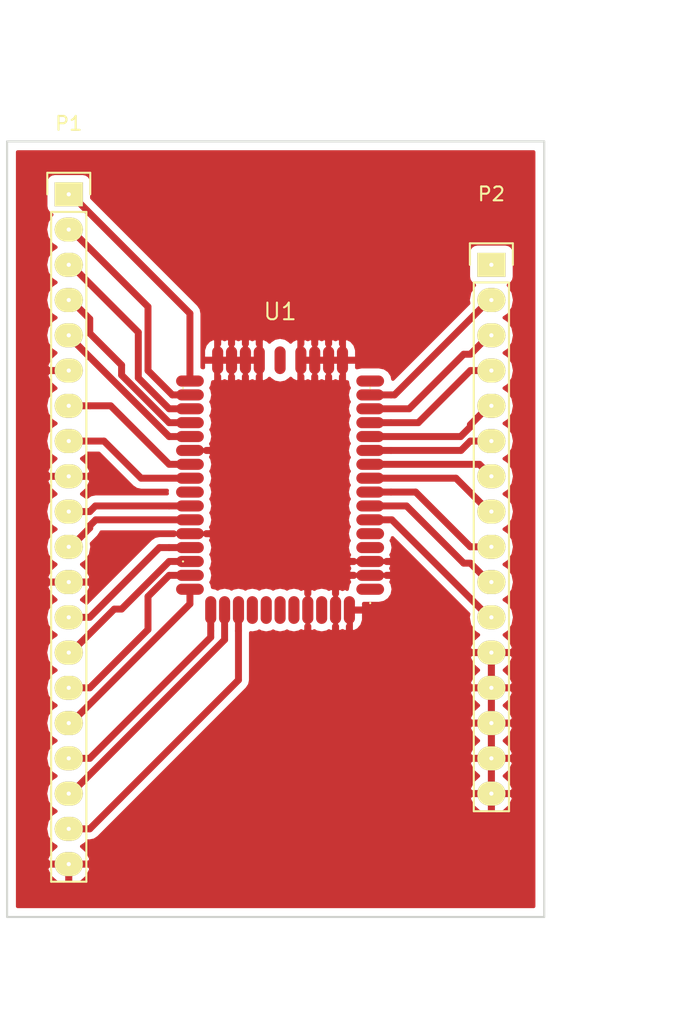
<source format=kicad_pcb>
(kicad_pcb (version 4) (host pcbnew 4.1.0-alpha+201605292346+6852~44~ubuntu16.04.1-product)

  (general
    (links 49)
    (no_connects 6)
    (area 121.891667 29.685001 176.275001 104.98)
    (thickness 1.6)
    (drawings 7)
    (tracks 109)
    (zones 0)
    (modules 3)
    (nets 40)
  )

  (page A4)
  (layers
    (0 F.Cu signal)
    (31 B.Cu signal)
    (32 B.Adhes user)
    (33 F.Adhes user)
    (34 B.Paste user)
    (35 F.Paste user)
    (36 B.SilkS user)
    (37 F.SilkS user)
    (38 B.Mask user)
    (39 F.Mask user)
    (40 Dwgs.User user)
    (41 Cmts.User user)
    (42 Eco1.User user)
    (43 Eco2.User user)
    (44 Edge.Cuts user)
    (45 Margin user)
    (46 B.CrtYd user)
    (47 F.CrtYd user)
    (48 B.Fab user)
    (49 F.Fab user)
  )

  (setup
    (last_trace_width 0.5)
    (trace_clearance 0.2)
    (zone_clearance 0.508)
    (zone_45_only no)
    (trace_min 0.2)
    (segment_width 0.2)
    (edge_width 0.15)
    (via_size 0.6)
    (via_drill 0.4)
    (via_min_size 0.4)
    (via_min_drill 0.3)
    (uvia_size 0.3)
    (uvia_drill 0.1)
    (uvias_allowed no)
    (uvia_min_size 0.2)
    (uvia_min_drill 0.1)
    (pcb_text_width 0.3)
    (pcb_text_size 1.5 1.5)
    (mod_edge_width 0.15)
    (mod_text_size 1 1)
    (mod_text_width 0.15)
    (pad_size 2.032 1.7272)
    (pad_drill 0.3)
    (pad_to_mask_clearance 0.2)
    (aux_axis_origin 0 0)
    (visible_elements FFFFFF7F)
    (pcbplotparams
      (layerselection 0x01000_7fffffff)
      (usegerberextensions false)
      (excludeedgelayer true)
      (linewidth 0.100000)
      (plotframeref false)
      (viasonmask false)
      (mode 1)
      (useauxorigin false)
      (hpglpennumber 1)
      (hpglpenspeed 20)
      (hpglpendiameter 15)
      (psnegative true)
      (psa4output false)
      (plotreference true)
      (plotvalue true)
      (plotinvisibletext false)
      (padsonsilk false)
      (subtractmaskfromsilk false)
      (outputformat 4)
      (mirror true)
      (drillshape 1)
      (scaleselection 1)
      (outputdirectory pdf/))
  )

  (net 0 "")
  (net 1 "Net-(P1-Pad1)")
  (net 2 "Net-(P1-Pad2)")
  (net 3 "Net-(P1-Pad3)")
  (net 4 "Net-(P1-Pad4)")
  (net 5 "Net-(P1-Pad5)")
  (net 6 "Net-(P1-Pad7)")
  (net 7 "Net-(P1-Pad8)")
  (net 8 "Net-(U1-Pad9)")
  (net 9 "Net-(P1-Pad10)")
  (net 10 "Net-(P1-Pad11)")
  (net 11 "Net-(P1-Pad13)")
  (net 12 "Net-(P1-Pad14)")
  (net 13 "Net-(P1-Pad15)")
  (net 14 "Net-(P1-Pad16)")
  (net 15 "Net-(P1-Pad17)")
  (net 16 "Net-(P1-Pad18)")
  (net 17 "Net-(P1-Pad19)")
  (net 18 "Net-(U1-Pad20)")
  (net 19 "Net-(U1-Pad21)")
  (net 20 "Net-(U1-Pad22)")
  (net 21 "Net-(U1-Pad23)")
  (net 22 "Net-(U1-Pad25)")
  (net 23 "Net-(U1-Pad28)")
  (net 24 "Net-(U1-Pad31)")
  (net 25 "Net-(U1-Pad32)")
  (net 26 "Net-(P2-Pad11)")
  (net 27 "Net-(P2-Pad10)")
  (net 28 "Net-(P2-Pad9)")
  (net 29 "Net-(P2-Pad8)")
  (net 30 "Net-(P2-Pad7)")
  (net 31 "Net-(P2-Pad6)")
  (net 32 "Net-(P2-Pad5)")
  (net 33 "Net-(P2-Pad4)")
  (net 34 "Net-(P2-Pad3)")
  (net 35 "Net-(P2-Pad2)")
  (net 36 "Net-(U1-Pad43)")
  (net 37 "Net-(U1-Pad48)")
  (net 38 "Net-(P2-Pad1)")
  (net 39 /GND)

  (net_class Default "This is the default net class."
    (clearance 0.2)
    (trace_width 0.5)
    (via_dia 0.6)
    (via_drill 0.4)
    (uvia_dia 0.3)
    (uvia_drill 0.1)
    (add_net /GND)
    (add_net "Net-(P1-Pad1)")
    (add_net "Net-(P1-Pad10)")
    (add_net "Net-(P1-Pad11)")
    (add_net "Net-(P1-Pad13)")
    (add_net "Net-(P1-Pad14)")
    (add_net "Net-(P1-Pad15)")
    (add_net "Net-(P1-Pad16)")
    (add_net "Net-(P1-Pad17)")
    (add_net "Net-(P1-Pad18)")
    (add_net "Net-(P1-Pad19)")
    (add_net "Net-(P1-Pad2)")
    (add_net "Net-(P1-Pad3)")
    (add_net "Net-(P1-Pad4)")
    (add_net "Net-(P1-Pad5)")
    (add_net "Net-(P1-Pad7)")
    (add_net "Net-(P1-Pad8)")
    (add_net "Net-(P2-Pad1)")
    (add_net "Net-(P2-Pad10)")
    (add_net "Net-(P2-Pad11)")
    (add_net "Net-(P2-Pad2)")
    (add_net "Net-(P2-Pad3)")
    (add_net "Net-(P2-Pad4)")
    (add_net "Net-(P2-Pad5)")
    (add_net "Net-(P2-Pad6)")
    (add_net "Net-(P2-Pad7)")
    (add_net "Net-(P2-Pad8)")
    (add_net "Net-(P2-Pad9)")
    (add_net "Net-(U1-Pad20)")
    (add_net "Net-(U1-Pad21)")
    (add_net "Net-(U1-Pad22)")
    (add_net "Net-(U1-Pad23)")
    (add_net "Net-(U1-Pad25)")
    (add_net "Net-(U1-Pad28)")
    (add_net "Net-(U1-Pad31)")
    (add_net "Net-(U1-Pad32)")
    (add_net "Net-(U1-Pad43)")
    (add_net "Net-(U1-Pad48)")
    (add_net "Net-(U1-Pad9)")
  )

  (module tiwi:TiWi-BLE (layer F.Cu) (tedit 574C6333) (tstamp 574C6628)
    (at 48.387 51.054)
    (path /57266795)
    (fp_text reference U1 (at 0 -12.5) (layer F.SilkS)
      (effects (font (size 1.2 1.2) (thickness 0.15)))
    )
    (fp_text value TiWi-BLE (at 0 12.5) (layer F.Fab)
      (effects (font (size 1.2 1.2) (thickness 0.15)))
    )
    (fp_line (start -7 -7) (end -7 -7) (layer F.SilkS) (width 0.15))
    (fp_line (start 6.5 -7) (end 6.5 -7) (layer F.SilkS) (width 0.15))
    (fp_line (start 6.5 -7) (end 6.5 -7) (layer F.SilkS) (width 0.15))
    (fp_line (start -7 5.5) (end -7 5.5) (layer F.SilkS) (width 0.15))
    (fp_line (start -7 5.5) (end -7 5.5) (layer F.SilkS) (width 0.15))
    (fp_line (start 6.5 8.5) (end 6.5 8.5) (layer F.SilkS) (width 0.15))
    (fp_line (start 6.5 8.5) (end 6.5 8.5) (layer F.SilkS) (width 0.15))
    (fp_line (start -8.5 -11) (end 8.5 -11) (layer F.CrtYd) (width 0.15))
    (fp_line (start 8.5 -11) (end 8.5 11) (layer F.CrtYd) (width 0.15))
    (fp_line (start 8.5 11) (end -8.5 11) (layer F.CrtYd) (width 0.15))
    (fp_line (start -8.5 11) (end -8.5 -11) (layer F.CrtYd) (width 0.15))
    (pad 1 smd oval (at -6.5 -7.5 90) (size 0.8 2) (layers F.Cu F.Paste F.Mask)
      (net 1 "Net-(P1-Pad1)"))
    (pad 2 smd oval (at -6.5 -6.5 90) (size 0.8 2) (layers F.Cu F.Paste F.Mask)
      (net 2 "Net-(P1-Pad2)"))
    (pad 3 smd oval (at -6.5 -5.5 90) (size 0.8 2) (layers F.Cu F.Paste F.Mask)
      (net 3 "Net-(P1-Pad3)"))
    (pad 4 smd oval (at -6.5 -4.5 90) (size 0.8 2) (layers F.Cu F.Paste F.Mask)
      (net 4 "Net-(P1-Pad4)"))
    (pad 5 smd oval (at -6.5 -3.5 90) (size 0.8 2) (layers F.Cu F.Paste F.Mask)
      (net 5 "Net-(P1-Pad5)"))
    (pad 6 smd oval (at -6.5 -2.5 90) (size 0.8 2) (layers F.Cu F.Paste F.Mask)
      (net 39 /GND))
    (pad 7 smd oval (at -6.5 -1.5 90) (size 0.8 2) (layers F.Cu F.Paste F.Mask)
      (net 6 "Net-(P1-Pad7)"))
    (pad 8 smd oval (at -6.5 -0.5 90) (size 0.8 2) (layers F.Cu F.Paste F.Mask)
      (net 7 "Net-(P1-Pad8)"))
    (pad 9 smd oval (at -6.5 0.5 90) (size 0.8 2) (layers F.Cu F.Paste F.Mask)
      (net 8 "Net-(U1-Pad9)"))
    (pad 10 smd oval (at -6.5 1.5 90) (size 0.8 2) (layers F.Cu F.Paste F.Mask)
      (net 9 "Net-(P1-Pad10)"))
    (pad 11 smd oval (at -6.5 2.5 90) (size 0.8 2) (layers F.Cu F.Paste F.Mask)
      (net 10 "Net-(P1-Pad11)"))
    (pad 12 smd oval (at -6.5 3.5 90) (size 0.8 2) (layers F.Cu F.Paste F.Mask)
      (net 39 /GND))
    (pad 13 smd oval (at -6.5 4.5 90) (size 0.8 2) (layers F.Cu F.Paste F.Mask)
      (net 11 "Net-(P1-Pad13)"))
    (pad 14 smd oval (at -6.5 5.5 90) (size 0.8 2) (layers F.Cu F.Paste F.Mask)
      (net 12 "Net-(P1-Pad14)"))
    (pad 15 smd oval (at -6.5 6.5 90) (size 0.8 2) (layers F.Cu F.Paste F.Mask)
      (net 13 "Net-(P1-Pad15)"))
    (pad 16 smd oval (at -6.5 7.5 90) (size 0.8 2) (layers F.Cu F.Paste F.Mask)
      (net 14 "Net-(P1-Pad16)"))
    (pad 17 smd oval (at -5 9) (size 0.8 2) (layers F.Cu F.Paste F.Mask)
      (net 15 "Net-(P1-Pad17)"))
    (pad 18 smd oval (at -4 9) (size 0.8 2) (layers F.Cu F.Paste F.Mask)
      (net 16 "Net-(P1-Pad18)"))
    (pad 19 smd oval (at -3 9) (size 0.8 2) (layers F.Cu F.Paste F.Mask)
      (net 17 "Net-(P1-Pad19)"))
    (pad 20 smd oval (at -2 9) (size 0.8 2) (layers F.Cu F.Paste F.Mask)
      (net 18 "Net-(U1-Pad20)"))
    (pad 21 smd oval (at -1 9) (size 0.8 2) (layers F.Cu F.Paste F.Mask)
      (net 19 "Net-(U1-Pad21)"))
    (pad 22 smd oval (at 0 9) (size 0.8 2) (layers F.Cu F.Paste F.Mask)
      (net 20 "Net-(U1-Pad22)"))
    (pad 23 smd oval (at 1 9) (size 0.8 2) (layers F.Cu F.Paste F.Mask)
      (net 21 "Net-(U1-Pad23)"))
    (pad 24 smd oval (at 2 9) (size 0.8 2) (layers F.Cu F.Paste F.Mask)
      (net 39 /GND))
    (pad 25 smd oval (at 3 9) (size 0.8 2) (layers F.Cu F.Paste F.Mask)
      (net 22 "Net-(U1-Pad25)"))
    (pad 26 smd oval (at 4 9) (size 0.8 2) (layers F.Cu F.Paste F.Mask)
      (net 39 /GND))
    (pad 27 smd oval (at 5 9 180) (size 0.8 2) (layers F.Cu F.Paste F.Mask)
      (net 39 /GND))
    (pad 28 smd oval (at 6.5 7.5 90) (size 0.8 2) (layers F.Cu F.Paste F.Mask)
      (net 23 "Net-(U1-Pad28)"))
    (pad 29 smd oval (at 6.5 6.5 90) (size 0.8 2) (layers F.Cu F.Paste F.Mask)
      (net 39 /GND))
    (pad 30 smd oval (at 6.5 5.5 90) (size 0.8 2) (layers F.Cu F.Paste F.Mask)
      (net 39 /GND))
    (pad 31 smd oval (at 6.5 4.5 90) (size 0.8 2) (layers F.Cu F.Paste F.Mask)
      (net 24 "Net-(U1-Pad31)"))
    (pad 32 smd oval (at 6.5 3.5 90) (size 0.8 2) (layers F.Cu F.Paste F.Mask)
      (net 25 "Net-(U1-Pad32)"))
    (pad 33 smd oval (at 6.5 2.5 90) (size 0.8 2) (layers F.Cu F.Paste F.Mask)
      (net 26 "Net-(P2-Pad11)"))
    (pad 34 smd oval (at 6.5 1.5 90) (size 0.8 2) (layers F.Cu F.Paste F.Mask)
      (net 27 "Net-(P2-Pad10)"))
    (pad 35 smd oval (at 6.5 0.5 90) (size 0.8 2) (layers F.Cu F.Paste F.Mask)
      (net 28 "Net-(P2-Pad9)"))
    (pad 36 smd oval (at 6.5 -0.5 90) (size 0.8 2) (layers F.Cu F.Paste F.Mask)
      (net 29 "Net-(P2-Pad8)"))
    (pad 37 smd oval (at 6.5 -1.5 90) (size 0.8 2) (layers F.Cu F.Paste F.Mask)
      (net 30 "Net-(P2-Pad7)"))
    (pad 38 smd oval (at 6.5 -2.5 90) (size 0.8 2) (layers F.Cu F.Paste F.Mask)
      (net 31 "Net-(P2-Pad6)"))
    (pad 39 smd oval (at 6.5 -3.5 90) (size 0.8 2) (layers F.Cu F.Paste F.Mask)
      (net 32 "Net-(P2-Pad5)"))
    (pad 40 smd oval (at 6.5 -4.5 270) (size 0.8 2) (layers F.Cu F.Paste F.Mask)
      (net 33 "Net-(P2-Pad4)"))
    (pad 41 smd oval (at 6.5 -5.5 270) (size 0.8 2) (layers F.Cu F.Paste F.Mask)
      (net 34 "Net-(P2-Pad3)"))
    (pad 42 smd oval (at 6.5 -6.5 270) (size 0.8 2) (layers F.Cu F.Paste F.Mask)
      (net 35 "Net-(P2-Pad2)"))
    (pad 43 smd oval (at 6.5 -7.5 270) (size 0.8 2) (layers F.Cu F.Paste F.Mask)
      (net 36 "Net-(U1-Pad43)"))
    (pad 44 smd oval (at 4.5 -9) (size 0.8 2) (layers F.Cu F.Paste F.Mask)
      (net 39 /GND))
    (pad 45 smd oval (at 3.5 -9) (size 0.8 2) (layers F.Cu F.Paste F.Mask)
      (net 39 /GND))
    (pad 46 smd oval (at 2.5 -9) (size 0.8 2) (layers F.Cu F.Paste F.Mask)
      (net 39 /GND))
    (pad 47 smd oval (at 1.5 -9) (size 0.8 2) (layers F.Cu F.Paste F.Mask)
      (net 39 /GND))
    (pad 48 smd oval (at 0 -9) (size 0.8 2) (layers F.Cu F.Paste F.Mask)
      (net 37 "Net-(U1-Pad48)"))
    (pad 49 smd oval (at -1.5 -9) (size 0.8 2) (layers F.Cu F.Paste F.Mask)
      (net 39 /GND))
    (pad 50 smd oval (at -2.5 -9) (size 0.8 2) (layers F.Cu F.Paste F.Mask)
      (net 39 /GND))
    (pad 51 smd oval (at -3.5 -9) (size 0.8 2) (layers F.Cu F.Paste F.Mask)
      (net 39 /GND))
    (pad 52 smd oval (at -4.5 -9) (size 0.8 2) (layers F.Cu F.Paste F.Mask)
      (net 39 /GND))
  )

  (module Pin_Headers:Pin_Header_Straight_1x20 (layer F.Cu) (tedit 574DDFDC) (tstamp 574C66AE)
    (at 33.147 30.099)
    (descr "Through hole pin header")
    (tags "pin header")
    (path /572667FB)
    (fp_text reference P1 (at 0 -5.1) (layer F.SilkS)
      (effects (font (size 1 1) (thickness 0.15)))
    )
    (fp_text value CONN_01X20 (at 0 -3.1) (layer F.Fab)
      (effects (font (size 1 1) (thickness 0.15)))
    )
    (fp_line (start -1.75 -1.75) (end -1.75 50.05) (layer F.CrtYd) (width 0.05))
    (fp_line (start 1.75 -1.75) (end 1.75 50.05) (layer F.CrtYd) (width 0.05))
    (fp_line (start -1.75 -1.75) (end 1.75 -1.75) (layer F.CrtYd) (width 0.05))
    (fp_line (start -1.75 50.05) (end 1.75 50.05) (layer F.CrtYd) (width 0.05))
    (fp_line (start 1.27 1.27) (end 1.27 49.53) (layer F.SilkS) (width 0.15))
    (fp_line (start 1.27 49.53) (end -1.27 49.53) (layer F.SilkS) (width 0.15))
    (fp_line (start -1.27 49.53) (end -1.27 1.27) (layer F.SilkS) (width 0.15))
    (fp_line (start 1.55 -1.55) (end 1.55 0) (layer F.SilkS) (width 0.15))
    (fp_line (start 1.27 1.27) (end -1.27 1.27) (layer F.SilkS) (width 0.15))
    (fp_line (start -1.55 0) (end -1.55 -1.55) (layer F.SilkS) (width 0.15))
    (fp_line (start -1.55 -1.55) (end 1.55 -1.55) (layer F.SilkS) (width 0.15))
    (pad 1 thru_hole rect (at 0 0) (size 2.032 1.7272) (drill 0.3) (layers *.Cu *.Mask F.SilkS)
      (net 1 "Net-(P1-Pad1)"))
    (pad 2 thru_hole oval (at 0 2.54) (size 2.032 1.7272) (drill 0.3) (layers *.Cu *.Mask F.SilkS)
      (net 2 "Net-(P1-Pad2)"))
    (pad 3 thru_hole oval (at 0 5.08) (size 2.032 1.7272) (drill 0.3) (layers *.Cu *.Mask F.SilkS)
      (net 3 "Net-(P1-Pad3)"))
    (pad 4 thru_hole oval (at 0 7.62) (size 2.032 1.7272) (drill 0.3) (layers *.Cu *.Mask F.SilkS)
      (net 4 "Net-(P1-Pad4)"))
    (pad 5 thru_hole oval (at 0 10.16) (size 2.032 1.7272) (drill 0.3) (layers *.Cu *.Mask F.SilkS)
      (net 5 "Net-(P1-Pad5)"))
    (pad 6 thru_hole oval (at 0 12.7) (size 2.032 1.7272) (drill 0.3) (layers *.Cu *.Mask F.SilkS)
      (net 39 /GND))
    (pad 7 thru_hole oval (at 0 15.24) (size 2.032 1.7272) (drill 0.3) (layers *.Cu *.Mask F.SilkS)
      (net 6 "Net-(P1-Pad7)"))
    (pad 8 thru_hole oval (at 0 17.78) (size 2.032 1.7272) (drill 0.3) (layers *.Cu *.Mask F.SilkS)
      (net 7 "Net-(P1-Pad8)"))
    (pad 9 thru_hole oval (at 0 20.32) (size 2.032 1.7272) (drill 0.3) (layers *.Cu *.Mask F.SilkS)
      (net 39 /GND))
    (pad 10 thru_hole oval (at 0 22.86) (size 2.032 1.7272) (drill 0.3) (layers *.Cu *.Mask F.SilkS)
      (net 9 "Net-(P1-Pad10)"))
    (pad 11 thru_hole oval (at 0 25.4) (size 2.032 1.7272) (drill 0.3) (layers *.Cu *.Mask F.SilkS)
      (net 10 "Net-(P1-Pad11)"))
    (pad 12 thru_hole oval (at 0 27.94) (size 2.032 1.7272) (drill 0.3) (layers *.Cu *.Mask F.SilkS)
      (net 39 /GND))
    (pad 13 thru_hole oval (at 0 30.48) (size 2.032 1.7272) (drill 0.3) (layers *.Cu *.Mask F.SilkS)
      (net 11 "Net-(P1-Pad13)"))
    (pad 14 thru_hole oval (at 0 33.02) (size 2.032 1.7272) (drill 0.3) (layers *.Cu *.Mask F.SilkS)
      (net 12 "Net-(P1-Pad14)"))
    (pad 15 thru_hole oval (at 0 35.56) (size 2.032 1.7272) (drill 0.3) (layers *.Cu *.Mask F.SilkS)
      (net 13 "Net-(P1-Pad15)"))
    (pad 16 thru_hole oval (at 0 38.1) (size 2.032 1.7272) (drill 0.3) (layers *.Cu *.Mask F.SilkS)
      (net 14 "Net-(P1-Pad16)"))
    (pad 17 thru_hole oval (at 0 40.64) (size 2.032 1.7272) (drill 0.3) (layers *.Cu *.Mask F.SilkS)
      (net 15 "Net-(P1-Pad17)"))
    (pad 18 thru_hole oval (at 0 43.18) (size 2.032 1.7272) (drill 0.3) (layers *.Cu *.Mask F.SilkS)
      (net 16 "Net-(P1-Pad18)"))
    (pad 19 thru_hole oval (at 0 45.72) (size 2.032 1.7272) (drill 0.3) (layers *.Cu *.Mask F.SilkS)
      (net 17 "Net-(P1-Pad19)"))
    (pad 20 thru_hole oval (at 0 48.26) (size 2.032 1.7272) (drill 0.3) (layers *.Cu *.Mask F.SilkS)
      (net 39 /GND))
    (model Pin_Headers.3dshapes/Pin_Header_Straight_1x20.wrl
      (at (xyz 0 -0.95 0))
      (scale (xyz 1 1 1))
      (rotate (xyz 0 0 90))
    )
  )

  (module Pin_Headers:Pin_Header_Straight_1x16 (layer F.Cu) (tedit 574DDF77) (tstamp 574C66F0)
    (at 63.627 35.179)
    (descr "Through hole pin header")
    (tags "pin header")
    (path /57266C14)
    (fp_text reference P2 (at 0 -5.1) (layer F.SilkS)
      (effects (font (size 1 1) (thickness 0.15)))
    )
    (fp_text value CONN_01X16 (at 0 -3.1) (layer F.Fab)
      (effects (font (size 1 1) (thickness 0.15)))
    )
    (fp_line (start -1.75 -1.75) (end -1.75 39.85) (layer F.CrtYd) (width 0.05))
    (fp_line (start 1.75 -1.75) (end 1.75 39.85) (layer F.CrtYd) (width 0.05))
    (fp_line (start -1.75 -1.75) (end 1.75 -1.75) (layer F.CrtYd) (width 0.05))
    (fp_line (start -1.75 39.85) (end 1.75 39.85) (layer F.CrtYd) (width 0.05))
    (fp_line (start -1.27 1.27) (end -1.27 39.37) (layer F.SilkS) (width 0.15))
    (fp_line (start -1.27 39.37) (end 1.27 39.37) (layer F.SilkS) (width 0.15))
    (fp_line (start 1.27 39.37) (end 1.27 1.27) (layer F.SilkS) (width 0.15))
    (fp_line (start 1.55 -1.55) (end 1.55 0) (layer F.SilkS) (width 0.15))
    (fp_line (start 1.27 1.27) (end -1.27 1.27) (layer F.SilkS) (width 0.15))
    (fp_line (start -1.55 0) (end -1.55 -1.55) (layer F.SilkS) (width 0.15))
    (fp_line (start -1.55 -1.55) (end 1.55 -1.55) (layer F.SilkS) (width 0.15))
    (pad 1 thru_hole rect (at 0 0) (size 2.032 1.7272) (drill 0.3) (layers *.Cu *.Mask F.SilkS)
      (net 38 "Net-(P2-Pad1)"))
    (pad 2 thru_hole oval (at 0 2.54) (size 2.032 1.7272) (drill 0.3) (layers *.Cu *.Mask F.SilkS)
      (net 35 "Net-(P2-Pad2)"))
    (pad 3 thru_hole oval (at 0 5.08) (size 2.032 1.7272) (drill 0.3) (layers *.Cu *.Mask F.SilkS)
      (net 34 "Net-(P2-Pad3)"))
    (pad 4 thru_hole oval (at 0 7.62) (size 2.032 1.7272) (drill 0.3) (layers *.Cu *.Mask F.SilkS)
      (net 33 "Net-(P2-Pad4)"))
    (pad 5 thru_hole oval (at 0 10.16) (size 2.032 1.7272) (drill 0.3) (layers *.Cu *.Mask F.SilkS)
      (net 32 "Net-(P2-Pad5)"))
    (pad 6 thru_hole oval (at 0 12.7) (size 2.032 1.7272) (drill 0.3) (layers *.Cu *.Mask F.SilkS)
      (net 31 "Net-(P2-Pad6)"))
    (pad 7 thru_hole oval (at 0 15.24) (size 2.032 1.7272) (drill 0.3) (layers *.Cu *.Mask F.SilkS)
      (net 30 "Net-(P2-Pad7)"))
    (pad 8 thru_hole oval (at 0 17.78) (size 2.032 1.7272) (drill 0.3) (layers *.Cu *.Mask F.SilkS)
      (net 29 "Net-(P2-Pad8)"))
    (pad 9 thru_hole oval (at 0 20.32) (size 2.032 1.7272) (drill 0.3) (layers *.Cu *.Mask F.SilkS)
      (net 28 "Net-(P2-Pad9)"))
    (pad 10 thru_hole oval (at 0 22.86) (size 2.032 1.7272) (drill 0.3) (layers *.Cu *.Mask F.SilkS)
      (net 27 "Net-(P2-Pad10)"))
    (pad 11 thru_hole oval (at 0 25.4) (size 2.032 1.7272) (drill 0.3) (layers *.Cu *.Mask F.SilkS)
      (net 26 "Net-(P2-Pad11)"))
    (pad 12 thru_hole oval (at 0 27.94) (size 2.032 1.7272) (drill 0.3) (layers *.Cu *.Mask F.SilkS)
      (net 39 /GND))
    (pad 13 thru_hole oval (at 0 30.48) (size 2.032 1.7272) (drill 0.3) (layers *.Cu *.Mask F.SilkS)
      (net 39 /GND))
    (pad 14 thru_hole oval (at 0 33.02) (size 2.032 1.7272) (drill 0.3) (layers *.Cu *.Mask F.SilkS)
      (net 39 /GND))
    (pad 15 thru_hole oval (at 0 35.56) (size 2.032 1.7272) (drill 0.3) (layers *.Cu *.Mask F.SilkS)
      (net 39 /GND))
    (pad 16 thru_hole oval (at 0 38.1) (size 2.032 1.7272) (drill 0.3) (layers *.Cu *.Mask F.SilkS)
      (net 39 /GND))
    (model Pin_Headers.3dshapes/Pin_Header_Straight_1x16.wrl
      (at (xyz 0 -0.75 0))
      (scale (xyz 1 1 1))
      (rotate (xyz 0 0 90))
    )
  )

  (dimension 55.88 (width 0.3) (layer Dwgs.User)
    (gr_text "55,880 mm" (at 75.772 54.229 270) (layer Dwgs.User)
      (effects (font (size 1.5 1.5) (thickness 0.3)))
    )
    (feature1 (pts (xy 67.437 82.169) (xy 77.122 82.169)))
    (feature2 (pts (xy 67.437 26.289) (xy 77.122 26.289)))
    (crossbar (pts (xy 74.422 26.289) (xy 74.422 82.169)))
    (arrow1a (pts (xy 74.422 82.169) (xy 73.835579 81.042496)))
    (arrow1b (pts (xy 74.422 82.169) (xy 75.008421 81.042496)))
    (arrow2a (pts (xy 74.422 26.289) (xy 73.835579 27.415504)))
    (arrow2b (pts (xy 74.422 26.289) (xy 75.008421 27.415504)))
  )
  (dimension 30.48 (width 0.3) (layer Dwgs.User)
    (gr_text "30,480 mm" (at 48.387 17.954001) (layer Dwgs.User)
      (effects (font (size 1.5 1.5) (thickness 0.3)))
    )
    (feature1 (pts (xy 33.147 33.909) (xy 33.147 16.604001)))
    (feature2 (pts (xy 63.627 33.909) (xy 63.627 16.604001)))
    (crossbar (pts (xy 63.627 19.304001) (xy 33.147 19.304001)))
    (arrow1a (pts (xy 33.147 19.304001) (xy 34.273504 18.71758)))
    (arrow1b (pts (xy 33.147 19.304001) (xy 34.273504 19.890422)))
    (arrow2a (pts (xy 63.627 19.304001) (xy 62.500496 18.71758)))
    (arrow2b (pts (xy 63.627 19.304001) (xy 62.500496 19.890422)))
  )
  (dimension 38.735 (width 0.3) (layer Dwgs.User)
    (gr_text "38,735 mm" (at 48.0695 90.503999) (layer Dwgs.User)
      (effects (font (size 1.5 1.5) (thickness 0.3)))
    )
    (feature1 (pts (xy 67.437 82.169) (xy 67.437 91.853999)))
    (feature2 (pts (xy 28.702 82.169) (xy 28.702 91.853999)))
    (crossbar (pts (xy 28.702 89.153999) (xy 67.437 89.153999)))
    (arrow1a (pts (xy 67.437 89.153999) (xy 66.310496 89.74042)))
    (arrow1b (pts (xy 67.437 89.153999) (xy 66.310496 88.567578)))
    (arrow2a (pts (xy 28.702 89.153999) (xy 29.828504 89.74042)))
    (arrow2b (pts (xy 28.702 89.153999) (xy 29.828504 88.567578)))
  )
  (gr_line (start 28.702 82.169) (end 28.702 26.289) (layer Edge.Cuts) (width 0.15))
  (gr_line (start 67.437 82.169) (end 28.702 82.169) (layer Edge.Cuts) (width 0.15))
  (gr_line (start 67.437 26.289) (end 67.437 82.169) (layer Edge.Cuts) (width 0.15))
  (gr_line (start 28.702 26.289) (end 67.437 26.289) (layer Edge.Cuts) (width 0.15))

  (segment (start 51.562 67.564) (end 46.482 67.564) (width 1) (layer Dwgs.User) (net 0))
  (segment (start 41.887 43.554) (end 41.887 38.6866) (width 0.5) (layer F.Cu) (net 1))
  (segment (start 41.887 38.6866) (end 33.2994 30.099) (width 0.5) (layer F.Cu) (net 1))
  (segment (start 33.2994 30.099) (end 33.147 30.099) (width 0.5) (layer F.Cu) (net 1))
  (segment (start 33.2994 29.464) (end 33.147 29.464) (width 0.25) (layer F.Cu) (net 1))
  (segment (start 41.887 44.554) (end 40.617 44.554) (width 0.5) (layer F.Cu) (net 2))
  (segment (start 40.617 44.554) (end 38.862 42.799) (width 0.5) (layer F.Cu) (net 2))
  (segment (start 38.862 42.799) (end 38.862 38.2016) (width 0.5) (layer F.Cu) (net 2))
  (segment (start 38.862 38.2016) (end 33.2994 32.639) (width 0.5) (layer F.Cu) (net 2))
  (segment (start 33.2994 32.639) (end 33.147 32.639) (width 0.5) (layer F.Cu) (net 2))
  (segment (start 33.147 35.179) (end 33.2994 35.179) (width 0.5) (layer F.Cu) (net 3))
  (segment (start 33.2994 35.179) (end 38.161989 40.041589) (width 0.5) (layer F.Cu) (net 3))
  (segment (start 38.161989 40.041589) (end 38.161989 43.328989) (width 0.5) (layer F.Cu) (net 3))
  (segment (start 38.161989 43.328989) (end 40.387 45.554) (width 0.5) (layer F.Cu) (net 3))
  (segment (start 40.387 45.554) (end 41.887 45.554) (width 0.5) (layer F.Cu) (net 3))
  (segment (start 33.2994 37.719) (end 33.147 37.719) (width 0.5) (layer F.Cu) (net 4))
  (segment (start 41.887 46.554) (end 40.387 46.554) (width 0.5) (layer F.Cu) (net 4))
  (segment (start 40.387 46.554) (end 36.957 43.124) (width 0.5) (layer F.Cu) (net 4))
  (segment (start 36.957 43.124) (end 36.957 42.406025) (width 0.5) (layer F.Cu) (net 4))
  (segment (start 36.957 42.406025) (end 34.663 40.112025) (width 0.5) (layer F.Cu) (net 4))
  (segment (start 34.663 40.112025) (end 34.663 39.0826) (width 0.5) (layer F.Cu) (net 4))
  (segment (start 34.663 39.0826) (end 33.2994 37.719) (width 0.5) (layer F.Cu) (net 4))
  (segment (start 41.887 47.554) (end 40.387 47.554) (width 0.5) (layer F.Cu) (net 5))
  (segment (start 33.147 40.314) (end 33.147 40.259) (width 0.5) (layer F.Cu) (net 5))
  (segment (start 40.387 47.554) (end 33.147 40.314) (width 0.5) (layer F.Cu) (net 5))
  (segment (start 41.887 49.554) (end 40.387 49.554) (width 0.5) (layer F.Cu) (net 6))
  (segment (start 40.387 49.554) (end 36.172 45.339) (width 0.5) (layer F.Cu) (net 6))
  (segment (start 36.172 45.339) (end 34.663 45.339) (width 0.5) (layer F.Cu) (net 6))
  (segment (start 34.663 45.339) (end 33.147 45.339) (width 0.5) (layer F.Cu) (net 6))
  (segment (start 38.362 50.554) (end 35.687 47.879) (width 0.5) (layer F.Cu) (net 7))
  (segment (start 35.687 47.879) (end 33.147 47.879) (width 0.5) (layer F.Cu) (net 7))
  (segment (start 41.887 50.554) (end 38.362 50.554) (width 0.5) (layer F.Cu) (net 7))
  (segment (start 33.147 52.959) (end 34.663 52.959) (width 0.5) (layer F.Cu) (net 9))
  (segment (start 34.663 52.959) (end 35.068 52.554) (width 0.5) (layer F.Cu) (net 9))
  (segment (start 35.068 52.554) (end 40.387 52.554) (width 0.5) (layer F.Cu) (net 9))
  (segment (start 40.387 52.554) (end 41.887 52.554) (width 0.5) (layer F.Cu) (net 9))
  (segment (start 41.887 53.554) (end 35.092 53.554) (width 0.5) (layer F.Cu) (net 10))
  (segment (start 35.092 53.554) (end 34.663 53.983) (width 0.5) (layer F.Cu) (net 10))
  (segment (start 34.663 53.983) (end 34.663 54.1354) (width 0.5) (layer F.Cu) (net 10))
  (segment (start 34.663 54.1354) (end 33.2994 55.499) (width 0.5) (layer F.Cu) (net 10))
  (segment (start 33.2994 55.499) (end 33.147 55.499) (width 0.5) (layer F.Cu) (net 10))
  (segment (start 33.147 60.579) (end 34.663 60.579) (width 0.5) (layer F.Cu) (net 11))
  (segment (start 34.663 60.579) (end 39.688 55.554) (width 0.5) (layer F.Cu) (net 11))
  (segment (start 39.688 55.554) (end 40.387 55.554) (width 0.5) (layer F.Cu) (net 11))
  (segment (start 40.387 55.554) (end 41.887 55.554) (width 0.5) (layer F.Cu) (net 11))
  (segment (start 36.957 59.984) (end 36.4344 59.984) (width 0.5) (layer F.Cu) (net 12))
  (segment (start 36.4344 59.984) (end 33.2994 63.119) (width 0.5) (layer F.Cu) (net 12))
  (segment (start 33.2994 63.119) (end 33.147 63.119) (width 0.5) (layer F.Cu) (net 12))
  (segment (start 41.887 56.554) (end 40.387 56.554) (width 0.5) (layer F.Cu) (net 12))
  (segment (start 40.387 56.554) (end 36.957 59.984) (width 0.5) (layer F.Cu) (net 12))
  (segment (start 38.862 61.46) (end 38.862 59.079) (width 0.5) (layer F.Cu) (net 13))
  (segment (start 38.862 59.079) (end 40.387 57.554) (width 0.5) (layer F.Cu) (net 13))
  (segment (start 40.387 57.554) (end 41.887 57.554) (width 0.5) (layer F.Cu) (net 13))
  (segment (start 33.147 65.659) (end 34.663 65.659) (width 0.5) (layer F.Cu) (net 13))
  (segment (start 34.663 65.659) (end 38.862 61.46) (width 0.5) (layer F.Cu) (net 13))
  (segment (start 41.887 58.554) (end 41.887 59.6114) (width 0.5) (layer F.Cu) (net 14))
  (segment (start 41.887 59.6114) (end 33.2994 68.199) (width 0.5) (layer F.Cu) (net 14))
  (segment (start 33.2994 68.199) (end 33.147 68.199) (width 0.5) (layer F.Cu) (net 14))
  (segment (start 33.147 70.739) (end 34.663 70.739) (width 0.5) (layer F.Cu) (net 15))
  (segment (start 34.663 70.739) (end 43.387 62.015) (width 0.5) (layer F.Cu) (net 15))
  (segment (start 43.387 62.015) (end 43.387 61.554) (width 0.5) (layer F.Cu) (net 15))
  (segment (start 43.387 61.554) (end 43.387 60.054) (width 0.5) (layer F.Cu) (net 15))
  (segment (start 44.387 60.054) (end 44.387 62.1914) (width 0.5) (layer F.Cu) (net 16))
  (segment (start 44.387 62.1914) (end 33.2994 73.279) (width 0.5) (layer F.Cu) (net 16))
  (segment (start 33.2994 73.279) (end 33.147 73.279) (width 0.5) (layer F.Cu) (net 16))
  (segment (start 33.147 75.819) (end 34.663 75.819) (width 0.5) (layer F.Cu) (net 17))
  (segment (start 45.387 65.095) (end 45.387 61.554) (width 0.5) (layer F.Cu) (net 17))
  (segment (start 34.663 75.819) (end 45.387 65.095) (width 0.5) (layer F.Cu) (net 17))
  (segment (start 45.387 61.554) (end 45.387 60.054) (width 0.5) (layer F.Cu) (net 17))
  (segment (start 63.627 60.579) (end 63.4746 60.579) (width 0.5) (layer F.Cu) (net 26))
  (segment (start 63.4746 60.579) (end 56.4496 53.554) (width 0.5) (layer F.Cu) (net 26))
  (segment (start 56.4496 53.554) (end 56.387 53.554) (width 0.5) (layer F.Cu) (net 26))
  (segment (start 56.387 53.554) (end 54.887 53.554) (width 0.5) (layer F.Cu) (net 26))
  (segment (start 54.887 52.554) (end 57.507 52.554) (width 0.5) (layer F.Cu) (net 27))
  (segment (start 57.507 52.554) (end 61.6284 56.6754) (width 0.5) (layer F.Cu) (net 27))
  (segment (start 62.111 56.6754) (end 63.4746 58.039) (width 0.5) (layer F.Cu) (net 27))
  (segment (start 61.6284 56.6754) (end 62.111 56.6754) (width 0.5) (layer F.Cu) (net 27))
  (segment (start 63.4746 58.039) (end 63.627 58.039) (width 0.5) (layer F.Cu) (net 27))
  (segment (start 63.627 55.499) (end 62.111 55.499) (width 0.5) (layer F.Cu) (net 28))
  (segment (start 62.111 55.499) (end 58.166 51.554) (width 0.5) (layer F.Cu) (net 28))
  (segment (start 58.166 51.554) (end 56.387 51.554) (width 0.5) (layer F.Cu) (net 28))
  (segment (start 56.387 51.554) (end 54.887 51.554) (width 0.5) (layer F.Cu) (net 28))
  (segment (start 54.887 50.554) (end 61.0696 50.554) (width 0.5) (layer F.Cu) (net 29))
  (segment (start 61.0696 50.554) (end 63.4746 52.959) (width 0.5) (layer F.Cu) (net 29))
  (segment (start 63.4746 52.959) (end 63.627 52.959) (width 0.5) (layer F.Cu) (net 29))
  (segment (start 54.887 49.554) (end 62.762 49.554) (width 0.5) (layer F.Cu) (net 30))
  (segment (start 62.762 49.554) (end 63.627 50.419) (width 0.5) (layer F.Cu) (net 30))
  (segment (start 63.627 47.879) (end 62.111 47.879) (width 0.5) (layer F.Cu) (net 31))
  (segment (start 62.111 47.879) (end 61.436 48.554) (width 0.5) (layer F.Cu) (net 31))
  (segment (start 56.387 48.554) (end 54.887 48.554) (width 0.5) (layer F.Cu) (net 31))
  (segment (start 61.436 48.554) (end 56.387 48.554) (width 0.5) (layer F.Cu) (net 31))
  (segment (start 54.887 47.554) (end 61.412 47.554) (width 0.5) (layer F.Cu) (net 32))
  (segment (start 61.412 47.554) (end 62.111 46.855) (width 0.5) (layer F.Cu) (net 32))
  (segment (start 62.111 46.855) (end 62.111 46.7026) (width 0.5) (layer F.Cu) (net 32))
  (segment (start 62.111 46.7026) (end 63.4746 45.339) (width 0.5) (layer F.Cu) (net 32))
  (segment (start 63.4746 45.339) (end 63.627 45.339) (width 0.5) (layer F.Cu) (net 32))
  (segment (start 63.627 42.799) (end 62.111 42.799) (width 0.5) (layer F.Cu) (net 33))
  (segment (start 62.111 42.799) (end 58.356 46.554) (width 0.5) (layer F.Cu) (net 33))
  (segment (start 58.356 46.554) (end 56.387 46.554) (width 0.5) (layer F.Cu) (net 33))
  (segment (start 56.387 46.554) (end 54.887 46.554) (width 0.5) (layer F.Cu) (net 33))
  (segment (start 54.887 45.554) (end 57.697 45.554) (width 0.5) (layer F.Cu) (net 34))
  (segment (start 57.697 45.554) (end 61.6284 41.6226) (width 0.5) (layer F.Cu) (net 34))
  (segment (start 61.6284 41.6226) (end 62.111 41.6226) (width 0.5) (layer F.Cu) (net 34))
  (segment (start 62.111 41.6226) (end 63.4746 40.259) (width 0.5) (layer F.Cu) (net 34))
  (segment (start 63.4746 40.259) (end 63.627 40.259) (width 0.5) (layer F.Cu) (net 34))
  (segment (start 63.627 37.719) (end 63.4746 37.719) (width 0.5) (layer F.Cu) (net 35))
  (segment (start 56.387 44.554) (end 54.887 44.554) (width 0.5) (layer F.Cu) (net 35))
  (segment (start 63.4746 37.719) (end 56.6396 44.554) (width 0.5) (layer F.Cu) (net 35))
  (segment (start 56.6396 44.554) (end 56.387 44.554) (width 0.5) (layer F.Cu) (net 35))

  (zone (net 39) (net_name /GND) (layer F.Cu) (tstamp 0) (hatch edge 0.508)
    (connect_pads (clearance 0.508))
    (min_thickness 0.254)
    (fill yes (arc_segments 16) (thermal_gap 0.508) (thermal_bridge_width 0.508))
    (polygon
      (pts
        (xy 29.337 26.924) (xy 66.802 26.924) (xy 66.802 81.534) (xy 29.337 81.534)
      )
    )
    (filled_polygon
      (pts
        (xy 66.675 81.407) (xy 29.464 81.407) (xy 29.464 78.718026) (xy 31.539642 78.718026) (xy 31.542291 78.733791)
        (xy 31.796268 79.261036) (xy 32.23268 79.650954) (xy 32.785087 79.844184) (xy 33.02 79.699924) (xy 33.02 78.486)
        (xy 33.274 78.486) (xy 33.274 79.699924) (xy 33.508913 79.844184) (xy 34.06132 79.650954) (xy 34.497732 79.261036)
        (xy 34.751709 78.733791) (xy 34.754358 78.718026) (xy 34.633217 78.486) (xy 33.274 78.486) (xy 33.02 78.486)
        (xy 31.660783 78.486) (xy 31.539642 78.718026) (xy 29.464 78.718026) (xy 29.464 32.639) (xy 31.463655 32.639)
        (xy 31.577729 33.212489) (xy 31.902585 33.69867) (xy 32.217366 33.909) (xy 31.902585 34.11933) (xy 31.577729 34.605511)
        (xy 31.463655 35.179) (xy 31.577729 35.752489) (xy 31.902585 36.23867) (xy 32.217366 36.449) (xy 31.902585 36.65933)
        (xy 31.577729 37.145511) (xy 31.463655 37.719) (xy 31.577729 38.292489) (xy 31.902585 38.77867) (xy 32.217366 38.989)
        (xy 31.902585 39.19933) (xy 31.577729 39.685511) (xy 31.463655 40.259) (xy 31.577729 40.832489) (xy 31.902585 41.31867)
        (xy 32.212069 41.525461) (xy 31.796268 41.896964) (xy 31.542291 42.424209) (xy 31.539642 42.439974) (xy 31.660783 42.672)
        (xy 33.02 42.672) (xy 33.02 42.652) (xy 33.274 42.652) (xy 33.274 42.672) (xy 33.294 42.672)
        (xy 33.294 42.926) (xy 33.274 42.926) (xy 33.274 42.946) (xy 33.02 42.946) (xy 33.02 42.926)
        (xy 31.660783 42.926) (xy 31.539642 43.158026) (xy 31.542291 43.173791) (xy 31.796268 43.701036) (xy 32.212069 44.072539)
        (xy 31.902585 44.27933) (xy 31.577729 44.765511) (xy 31.463655 45.339) (xy 31.577729 45.912489) (xy 31.902585 46.39867)
        (xy 32.217366 46.609) (xy 31.902585 46.81933) (xy 31.577729 47.305511) (xy 31.463655 47.879) (xy 31.577729 48.452489)
        (xy 31.902585 48.93867) (xy 32.212069 49.145461) (xy 31.796268 49.516964) (xy 31.542291 50.044209) (xy 31.539642 50.059974)
        (xy 31.660783 50.292) (xy 33.02 50.292) (xy 33.02 50.272) (xy 33.274 50.272) (xy 33.274 50.292)
        (xy 34.633217 50.292) (xy 34.754358 50.059974) (xy 34.751709 50.044209) (xy 34.497732 49.516964) (xy 34.081931 49.145461)
        (xy 34.391415 48.93867) (xy 34.508126 48.764) (xy 35.32042 48.764) (xy 37.736208 51.179787) (xy 37.73621 51.17979)
        (xy 37.947601 51.321036) (xy 38.023325 51.371633) (xy 38.362 51.439001) (xy 38.362005 51.439) (xy 40.242843 51.439)
        (xy 40.219968 51.554) (xy 40.242843 51.669) (xy 35.068 51.669) (xy 34.729325 51.736367) (xy 34.44221 51.92821)
        (xy 34.442208 51.928213) (xy 34.423329 51.947092) (xy 34.391415 51.89933) (xy 34.081931 51.692539) (xy 34.497732 51.321036)
        (xy 34.751709 50.793791) (xy 34.754358 50.778026) (xy 34.633217 50.546) (xy 33.274 50.546) (xy 33.274 50.566)
        (xy 33.02 50.566) (xy 33.02 50.546) (xy 31.660783 50.546) (xy 31.539642 50.778026) (xy 31.542291 50.793791)
        (xy 31.796268 51.321036) (xy 32.212069 51.692539) (xy 31.902585 51.89933) (xy 31.577729 52.385511) (xy 31.463655 52.959)
        (xy 31.577729 53.532489) (xy 31.902585 54.01867) (xy 32.217366 54.229) (xy 31.902585 54.43933) (xy 31.577729 54.925511)
        (xy 31.463655 55.499) (xy 31.577729 56.072489) (xy 31.902585 56.55867) (xy 32.212069 56.765461) (xy 31.796268 57.136964)
        (xy 31.542291 57.664209) (xy 31.539642 57.679974) (xy 31.660783 57.912) (xy 33.02 57.912) (xy 33.02 57.892)
        (xy 33.274 57.892) (xy 33.274 57.912) (xy 34.633217 57.912) (xy 34.754358 57.679974) (xy 34.751709 57.664209)
        (xy 34.497732 57.136964) (xy 34.081931 56.765461) (xy 34.391415 56.55867) (xy 34.716271 56.072489) (xy 34.830345 55.499)
        (xy 34.783995 55.265984) (xy 35.288787 54.761192) (xy 35.28879 54.76119) (xy 35.480633 54.474075) (xy 35.480634 54.474074)
        (xy 35.487611 54.439) (xy 40.75231 54.439) (xy 40.858891 54.510215) (xy 41.079012 54.554) (xy 40.858891 54.597785)
        (xy 40.75231 54.669) (xy 39.688005 54.669) (xy 39.688 54.668999) (xy 39.349325 54.736367) (xy 39.06221 54.92821)
        (xy 39.062208 54.928213) (xy 34.423328 59.567092) (xy 34.391415 59.51933) (xy 34.081931 59.312539) (xy 34.497732 58.941036)
        (xy 34.751709 58.413791) (xy 34.754358 58.398026) (xy 34.633217 58.166) (xy 33.274 58.166) (xy 33.274 58.186)
        (xy 33.02 58.186) (xy 33.02 58.166) (xy 31.660783 58.166) (xy 31.539642 58.398026) (xy 31.542291 58.413791)
        (xy 31.796268 58.941036) (xy 32.212069 59.312539) (xy 31.902585 59.51933) (xy 31.577729 60.005511) (xy 31.463655 60.579)
        (xy 31.577729 61.152489) (xy 31.902585 61.63867) (xy 32.217366 61.849) (xy 31.902585 62.05933) (xy 31.577729 62.545511)
        (xy 31.463655 63.119) (xy 31.577729 63.692489) (xy 31.902585 64.17867) (xy 32.217366 64.389) (xy 31.902585 64.59933)
        (xy 31.577729 65.085511) (xy 31.463655 65.659) (xy 31.577729 66.232489) (xy 31.902585 66.71867) (xy 32.217366 66.929)
        (xy 31.902585 67.13933) (xy 31.577729 67.625511) (xy 31.463655 68.199) (xy 31.577729 68.772489) (xy 31.902585 69.25867)
        (xy 32.217366 69.469) (xy 31.902585 69.67933) (xy 31.577729 70.165511) (xy 31.463655 70.739) (xy 31.577729 71.312489)
        (xy 31.902585 71.79867) (xy 32.217366 72.009) (xy 31.902585 72.21933) (xy 31.577729 72.705511) (xy 31.463655 73.279)
        (xy 31.577729 73.852489) (xy 31.902585 74.33867) (xy 32.217366 74.549) (xy 31.902585 74.75933) (xy 31.577729 75.245511)
        (xy 31.463655 75.819) (xy 31.577729 76.392489) (xy 31.902585 76.87867) (xy 32.212069 77.085461) (xy 31.796268 77.456964)
        (xy 31.542291 77.984209) (xy 31.539642 77.999974) (xy 31.660783 78.232) (xy 33.02 78.232) (xy 33.02 78.212)
        (xy 33.274 78.212) (xy 33.274 78.232) (xy 34.633217 78.232) (xy 34.754358 77.999974) (xy 34.751709 77.984209)
        (xy 34.497732 77.456964) (xy 34.081931 77.085461) (xy 34.391415 76.87867) (xy 34.508126 76.704) (xy 34.662995 76.704)
        (xy 34.663 76.704001) (xy 34.945484 76.64781) (xy 35.001675 76.636633) (xy 35.28879 76.44479) (xy 38.095553 73.638026)
        (xy 62.019642 73.638026) (xy 62.022291 73.653791) (xy 62.276268 74.181036) (xy 62.71268 74.570954) (xy 63.265087 74.764184)
        (xy 63.5 74.619924) (xy 63.5 73.406) (xy 63.754 73.406) (xy 63.754 74.619924) (xy 63.988913 74.764184)
        (xy 64.54132 74.570954) (xy 64.977732 74.181036) (xy 65.231709 73.653791) (xy 65.234358 73.638026) (xy 65.113217 73.406)
        (xy 63.754 73.406) (xy 63.5 73.406) (xy 62.140783 73.406) (xy 62.019642 73.638026) (xy 38.095553 73.638026)
        (xy 40.635553 71.098026) (xy 62.019642 71.098026) (xy 62.022291 71.113791) (xy 62.276268 71.641036) (xy 62.688108 72.009)
        (xy 62.276268 72.376964) (xy 62.022291 72.904209) (xy 62.019642 72.919974) (xy 62.140783 73.152) (xy 63.5 73.152)
        (xy 63.5 70.866) (xy 63.754 70.866) (xy 63.754 73.152) (xy 65.113217 73.152) (xy 65.234358 72.919974)
        (xy 65.231709 72.904209) (xy 64.977732 72.376964) (xy 64.565892 72.009) (xy 64.977732 71.641036) (xy 65.231709 71.113791)
        (xy 65.234358 71.098026) (xy 65.113217 70.866) (xy 63.754 70.866) (xy 63.5 70.866) (xy 62.140783 70.866)
        (xy 62.019642 71.098026) (xy 40.635553 71.098026) (xy 43.175553 68.558026) (xy 62.019642 68.558026) (xy 62.022291 68.573791)
        (xy 62.276268 69.101036) (xy 62.688108 69.469) (xy 62.276268 69.836964) (xy 62.022291 70.364209) (xy 62.019642 70.379974)
        (xy 62.140783 70.612) (xy 63.5 70.612) (xy 63.5 68.326) (xy 63.754 68.326) (xy 63.754 70.612)
        (xy 65.113217 70.612) (xy 65.234358 70.379974) (xy 65.231709 70.364209) (xy 64.977732 69.836964) (xy 64.565892 69.469)
        (xy 64.977732 69.101036) (xy 65.231709 68.573791) (xy 65.234358 68.558026) (xy 65.113217 68.326) (xy 63.754 68.326)
        (xy 63.5 68.326) (xy 62.140783 68.326) (xy 62.019642 68.558026) (xy 43.175553 68.558026) (xy 45.715553 66.018026)
        (xy 62.019642 66.018026) (xy 62.022291 66.033791) (xy 62.276268 66.561036) (xy 62.688108 66.929) (xy 62.276268 67.296964)
        (xy 62.022291 67.824209) (xy 62.019642 67.839974) (xy 62.140783 68.072) (xy 63.5 68.072) (xy 63.5 65.786)
        (xy 63.754 65.786) (xy 63.754 68.072) (xy 65.113217 68.072) (xy 65.234358 67.839974) (xy 65.231709 67.824209)
        (xy 64.977732 67.296964) (xy 64.565892 66.929) (xy 64.977732 66.561036) (xy 65.231709 66.033791) (xy 65.234358 66.018026)
        (xy 65.113217 65.786) (xy 63.754 65.786) (xy 63.5 65.786) (xy 62.140783 65.786) (xy 62.019642 66.018026)
        (xy 45.715553 66.018026) (xy 46.012787 65.720792) (xy 46.01279 65.72079) (xy 46.204633 65.433675) (xy 46.234364 65.284209)
        (xy 46.272001 65.095) (xy 46.272 65.094995) (xy 46.272 63.478026) (xy 62.019642 63.478026) (xy 62.022291 63.493791)
        (xy 62.276268 64.021036) (xy 62.688108 64.389) (xy 62.276268 64.756964) (xy 62.022291 65.284209) (xy 62.019642 65.299974)
        (xy 62.140783 65.532) (xy 63.5 65.532) (xy 63.5 63.246) (xy 63.754 63.246) (xy 63.754 65.532)
        (xy 65.113217 65.532) (xy 65.234358 65.299974) (xy 65.231709 65.284209) (xy 64.977732 64.756964) (xy 64.565892 64.389)
        (xy 64.977732 64.021036) (xy 65.231709 63.493791) (xy 65.234358 63.478026) (xy 65.113217 63.246) (xy 63.754 63.246)
        (xy 63.5 63.246) (xy 62.140783 63.246) (xy 62.019642 63.478026) (xy 46.272 63.478026) (xy 46.272 61.698157)
        (xy 46.387 61.721032) (xy 46.783077 61.642247) (xy 46.887 61.572808) (xy 46.990923 61.642247) (xy 47.387 61.721032)
        (xy 47.783077 61.642247) (xy 47.887 61.572808) (xy 47.990923 61.642247) (xy 48.387 61.721032) (xy 48.783077 61.642247)
        (xy 48.887 61.572808) (xy 48.990923 61.642247) (xy 49.387 61.721032) (xy 49.783077 61.642247) (xy 49.911347 61.55654)
        (xy 50.100877 61.648666) (xy 50.26 61.520998) (xy 50.26 61.20665) (xy 50.343215 61.082109) (xy 50.387 60.861988)
        (xy 50.430785 61.082109) (xy 50.514 61.20665) (xy 50.514 61.520998) (xy 50.673123 61.648666) (xy 50.862653 61.55654)
        (xy 50.990923 61.642247) (xy 51.387 61.721032) (xy 51.783077 61.642247) (xy 51.911347 61.55654) (xy 52.100877 61.648666)
        (xy 52.26 61.520998) (xy 52.26 61.20665) (xy 52.343215 61.082109) (xy 52.383876 60.877693) (xy 52.479385 61.16741)
        (xy 52.514 61.207589) (xy 52.514 61.520998) (xy 52.673123 61.648666) (xy 52.887 61.544706) (xy 53.100877 61.648666)
        (xy 53.26 61.520998) (xy 53.26 61.207589) (xy 53.294615 61.16741) (xy 53.422 60.781) (xy 53.422 60.181)
        (xy 53.514 60.181) (xy 53.514 61.520998) (xy 53.673123 61.648666) (xy 54.029053 61.475658) (xy 54.294615 61.16741)
        (xy 54.422 60.781) (xy 54.422 60.181) (xy 53.514 60.181) (xy 53.422 60.181) (xy 53.24 60.181)
        (xy 53.24 59.927) (xy 53.422 59.927) (xy 53.422 59.907) (xy 53.514 59.907) (xy 53.514 59.927)
        (xy 54.422 59.927) (xy 54.422 59.589) (xy 55.519032 59.589) (xy 55.915109 59.510215) (xy 56.250888 59.285856)
        (xy 56.475247 58.950077) (xy 56.554032 58.554) (xy 56.475247 58.157923) (xy 56.38954 58.029653) (xy 56.481666 57.840123)
        (xy 56.353998 57.681) (xy 56.03965 57.681) (xy 55.915109 57.597785) (xy 55.710693 57.557124) (xy 56.00041 57.461615)
        (xy 56.040589 57.427) (xy 56.353998 57.427) (xy 56.481666 57.267877) (xy 56.377706 57.054) (xy 56.481666 56.840123)
        (xy 56.353998 56.681) (xy 56.040589 56.681) (xy 56.00041 56.646385) (xy 55.710693 56.550876) (xy 55.915109 56.510215)
        (xy 56.03965 56.427) (xy 56.353998 56.427) (xy 56.481666 56.267877) (xy 56.38954 56.078347) (xy 56.475247 55.950077)
        (xy 56.554032 55.554) (xy 56.475247 55.157923) (xy 56.405808 55.054) (xy 56.475247 54.950077) (xy 56.494966 54.850945)
        (xy 61.990005 60.345984) (xy 61.943655 60.579) (xy 62.057729 61.152489) (xy 62.382585 61.63867) (xy 62.692069 61.845461)
        (xy 62.276268 62.216964) (xy 62.022291 62.744209) (xy 62.019642 62.759974) (xy 62.140783 62.992) (xy 63.5 62.992)
        (xy 63.5 62.972) (xy 63.754 62.972) (xy 63.754 62.992) (xy 65.113217 62.992) (xy 65.234358 62.759974)
        (xy 65.231709 62.744209) (xy 64.977732 62.216964) (xy 64.561931 61.845461) (xy 64.871415 61.63867) (xy 65.196271 61.152489)
        (xy 65.310345 60.579) (xy 65.196271 60.005511) (xy 64.871415 59.51933) (xy 64.556634 59.309) (xy 64.871415 59.09867)
        (xy 65.196271 58.612489) (xy 65.310345 58.039) (xy 65.196271 57.465511) (xy 64.871415 56.97933) (xy 64.556634 56.769)
        (xy 64.871415 56.55867) (xy 65.196271 56.072489) (xy 65.310345 55.499) (xy 65.196271 54.925511) (xy 64.871415 54.43933)
        (xy 64.556634 54.229) (xy 64.871415 54.01867) (xy 65.196271 53.532489) (xy 65.310345 52.959) (xy 65.196271 52.385511)
        (xy 64.871415 51.89933) (xy 64.556634 51.689) (xy 64.871415 51.47867) (xy 65.196271 50.992489) (xy 65.310345 50.419)
        (xy 65.196271 49.845511) (xy 64.871415 49.35933) (xy 64.556634 49.149) (xy 64.871415 48.93867) (xy 65.196271 48.452489)
        (xy 65.310345 47.879) (xy 65.196271 47.305511) (xy 64.871415 46.81933) (xy 64.556634 46.609) (xy 64.871415 46.39867)
        (xy 65.196271 45.912489) (xy 65.310345 45.339) (xy 65.196271 44.765511) (xy 64.871415 44.27933) (xy 64.556634 44.069)
        (xy 64.871415 43.85867) (xy 65.196271 43.372489) (xy 65.310345 42.799) (xy 65.196271 42.225511) (xy 64.871415 41.73933)
        (xy 64.556634 41.529) (xy 64.871415 41.31867) (xy 65.196271 40.832489) (xy 65.310345 40.259) (xy 65.196271 39.685511)
        (xy 64.871415 39.19933) (xy 64.556634 38.989) (xy 64.871415 38.77867) (xy 65.196271 38.292489) (xy 65.310345 37.719)
        (xy 65.196271 37.145511) (xy 64.871415 36.65933) (xy 64.854434 36.647984) (xy 64.890765 36.640757) (xy 65.100809 36.500409)
        (xy 65.241157 36.290365) (xy 65.29044 36.0426) (xy 65.29044 34.3154) (xy 65.241157 34.067635) (xy 65.100809 33.857591)
        (xy 64.890765 33.717243) (xy 64.643 33.66796) (xy 62.611 33.66796) (xy 62.363235 33.717243) (xy 62.153191 33.857591)
        (xy 62.012843 34.067635) (xy 61.96356 34.3154) (xy 61.96356 36.0426) (xy 62.012843 36.290365) (xy 62.153191 36.500409)
        (xy 62.363235 36.640757) (xy 62.399566 36.647984) (xy 62.382585 36.65933) (xy 62.057729 37.145511) (xy 61.943655 37.719)
        (xy 61.990005 37.952016) (xy 56.526489 43.415531) (xy 56.475247 43.157923) (xy 56.250888 42.822144) (xy 55.915109 42.597785)
        (xy 55.519032 42.519) (xy 54.254968 42.519) (xy 53.922 42.585232) (xy 53.922 42.181) (xy 53.014 42.181)
        (xy 53.014 43.520998) (xy 53.173123 43.648666) (xy 53.233008 43.619557) (xy 53.298753 43.950077) (xy 53.368192 44.054)
        (xy 53.298753 44.157923) (xy 53.219968 44.554) (xy 53.298753 44.950077) (xy 53.368192 45.054) (xy 53.298753 45.157923)
        (xy 53.219968 45.554) (xy 53.298753 45.950077) (xy 53.368192 46.054) (xy 53.298753 46.157923) (xy 53.219968 46.554)
        (xy 53.298753 46.950077) (xy 53.368192 47.054) (xy 53.298753 47.157923) (xy 53.219968 47.554) (xy 53.298753 47.950077)
        (xy 53.368192 48.054) (xy 53.298753 48.157923) (xy 53.219968 48.554) (xy 53.298753 48.950077) (xy 53.368192 49.054)
        (xy 53.298753 49.157923) (xy 53.219968 49.554) (xy 53.298753 49.950077) (xy 53.368192 50.054) (xy 53.298753 50.157923)
        (xy 53.219968 50.554) (xy 53.298753 50.950077) (xy 53.368192 51.054) (xy 53.298753 51.157923) (xy 53.219968 51.554)
        (xy 53.298753 51.950077) (xy 53.368192 52.054) (xy 53.298753 52.157923) (xy 53.219968 52.554) (xy 53.298753 52.950077)
        (xy 53.368192 53.054) (xy 53.298753 53.157923) (xy 53.219968 53.554) (xy 53.298753 53.950077) (xy 53.368192 54.054)
        (xy 53.298753 54.157923) (xy 53.219968 54.554) (xy 53.298753 54.950077) (xy 53.368192 55.054) (xy 53.298753 55.157923)
        (xy 53.219968 55.554) (xy 53.298753 55.950077) (xy 53.38446 56.078347) (xy 53.292334 56.267877) (xy 53.420002 56.427)
        (xy 53.73435 56.427) (xy 53.858891 56.510215) (xy 54.063307 56.550876) (xy 53.77359 56.646385) (xy 53.733411 56.681)
        (xy 53.420002 56.681) (xy 53.292334 56.840123) (xy 53.396294 57.054) (xy 53.292334 57.267877) (xy 53.420002 57.427)
        (xy 53.733411 57.427) (xy 53.77359 57.461615) (xy 54.063307 57.557124) (xy 53.858891 57.597785) (xy 53.73435 57.681)
        (xy 53.420002 57.681) (xy 53.292334 57.840123) (xy 53.38446 58.029653) (xy 53.298753 58.157923) (xy 53.219968 58.554)
        (xy 53.220177 58.555051) (xy 53.100877 58.459334) (xy 52.887 58.563294) (xy 52.673123 58.459334) (xy 52.514 58.587002)
        (xy 52.514 58.900411) (xy 52.479385 58.94059) (xy 52.383876 59.230307) (xy 52.343215 59.025891) (xy 52.26 58.90135)
        (xy 52.26 58.587002) (xy 52.100877 58.459334) (xy 51.911347 58.55146) (xy 51.783077 58.465753) (xy 51.387 58.386968)
        (xy 50.990923 58.465753) (xy 50.862653 58.55146) (xy 50.673123 58.459334) (xy 50.514 58.587002) (xy 50.514 58.90135)
        (xy 50.430785 59.025891) (xy 50.387 59.246012) (xy 50.343215 59.025891) (xy 50.26 58.90135) (xy 50.26 58.587002)
        (xy 50.100877 58.459334) (xy 49.911347 58.55146) (xy 49.783077 58.465753) (xy 49.387 58.386968) (xy 48.990923 58.465753)
        (xy 48.887 58.535192) (xy 48.783077 58.465753) (xy 48.387 58.386968) (xy 47.990923 58.465753) (xy 47.887 58.535192)
        (xy 47.783077 58.465753) (xy 47.387 58.386968) (xy 46.990923 58.465753) (xy 46.887 58.535192) (xy 46.783077 58.465753)
        (xy 46.387 58.386968) (xy 45.990923 58.465753) (xy 45.887 58.535192) (xy 45.783077 58.465753) (xy 45.387 58.386968)
        (xy 44.990923 58.465753) (xy 44.887 58.535192) (xy 44.783077 58.465753) (xy 44.387 58.386968) (xy 43.990923 58.465753)
        (xy 43.887 58.535192) (xy 43.783077 58.465753) (xy 43.526319 58.414681) (xy 43.475247 58.157923) (xy 43.405808 58.054)
        (xy 43.475247 57.950077) (xy 43.554032 57.554) (xy 43.475247 57.157923) (xy 43.405808 57.054) (xy 43.475247 56.950077)
        (xy 43.554032 56.554) (xy 43.475247 56.157923) (xy 43.405808 56.054) (xy 43.475247 55.950077) (xy 43.554032 55.554)
        (xy 43.475247 55.157923) (xy 43.38954 55.029653) (xy 43.481666 54.840123) (xy 43.353998 54.681) (xy 43.03965 54.681)
        (xy 42.915109 54.597785) (xy 42.694988 54.554) (xy 42.915109 54.510215) (xy 43.03965 54.427) (xy 43.353998 54.427)
        (xy 43.481666 54.267877) (xy 43.38954 54.078347) (xy 43.475247 53.950077) (xy 43.554032 53.554) (xy 43.475247 53.157923)
        (xy 43.405808 53.054) (xy 43.475247 52.950077) (xy 43.554032 52.554) (xy 43.475247 52.157923) (xy 43.405808 52.054)
        (xy 43.475247 51.950077) (xy 43.554032 51.554) (xy 43.475247 51.157923) (xy 43.405808 51.054) (xy 43.475247 50.950077)
        (xy 43.554032 50.554) (xy 43.475247 50.157923) (xy 43.405808 50.054) (xy 43.475247 49.950077) (xy 43.554032 49.554)
        (xy 43.475247 49.157923) (xy 43.38954 49.029653) (xy 43.481666 48.840123) (xy 43.353998 48.681) (xy 43.03965 48.681)
        (xy 42.915109 48.597785) (xy 42.694988 48.554) (xy 42.915109 48.510215) (xy 43.03965 48.427) (xy 43.353998 48.427)
        (xy 43.481666 48.267877) (xy 43.38954 48.078347) (xy 43.475247 47.950077) (xy 43.554032 47.554) (xy 43.475247 47.157923)
        (xy 43.405808 47.054) (xy 43.475247 46.950077) (xy 43.554032 46.554) (xy 43.475247 46.157923) (xy 43.405808 46.054)
        (xy 43.475247 45.950077) (xy 43.554032 45.554) (xy 43.475247 45.157923) (xy 43.405808 45.054) (xy 43.475247 44.950077)
        (xy 43.554032 44.554) (xy 43.475247 44.157923) (xy 43.405808 44.054) (xy 43.475247 43.950077) (xy 43.540992 43.619557)
        (xy 43.600877 43.648666) (xy 43.76 43.520998) (xy 43.76 42.181) (xy 43.852 42.181) (xy 43.852 42.781)
        (xy 43.979385 43.16741) (xy 44.014 43.207589) (xy 44.014 43.520998) (xy 44.173123 43.648666) (xy 44.387 43.544706)
        (xy 44.600877 43.648666) (xy 44.76 43.520998) (xy 44.76 43.207589) (xy 44.794615 43.16741) (xy 44.887 42.887169)
        (xy 44.979385 43.16741) (xy 45.014 43.207589) (xy 45.014 43.520998) (xy 45.173123 43.648666) (xy 45.387 43.544706)
        (xy 45.600877 43.648666) (xy 45.76 43.520998) (xy 45.76 43.207589) (xy 45.794615 43.16741) (xy 45.887 42.887169)
        (xy 45.979385 43.16741) (xy 46.014 43.207589) (xy 46.014 43.520998) (xy 46.173123 43.648666) (xy 46.387 43.544706)
        (xy 46.600877 43.648666) (xy 46.76 43.520998) (xy 46.76 43.207589) (xy 46.794615 43.16741) (xy 46.922 42.781)
        (xy 46.922 42.181) (xy 43.852 42.181) (xy 43.76 42.181) (xy 42.852 42.181) (xy 42.852 42.585232)
        (xy 42.772 42.569319) (xy 42.772 41.327) (xy 42.852 41.327) (xy 42.852 41.927) (xy 43.76 41.927)
        (xy 43.76 41.327) (xy 43.852 41.327) (xy 43.852 41.927) (xy 46.922 41.927) (xy 46.922 41.327)
        (xy 46.794615 40.94059) (xy 46.76 40.900411) (xy 46.76 40.587002) (xy 47.014 40.587002) (xy 47.014 41.927)
        (xy 47.034 41.927) (xy 47.034 42.181) (xy 47.014 42.181) (xy 47.014 43.520998) (xy 47.173123 43.648666)
        (xy 47.529053 43.475658) (xy 47.621807 43.367995) (xy 47.655144 43.417888) (xy 47.990923 43.642247) (xy 48.387 43.721032)
        (xy 48.783077 43.642247) (xy 49.118856 43.417888) (xy 49.152193 43.367995) (xy 49.244947 43.475658) (xy 49.600877 43.648666)
        (xy 49.76 43.520998) (xy 49.76 42.181) (xy 49.852 42.181) (xy 49.852 42.781) (xy 49.979385 43.16741)
        (xy 50.014 43.207589) (xy 50.014 43.520998) (xy 50.173123 43.648666) (xy 50.387 43.544706) (xy 50.600877 43.648666)
        (xy 50.76 43.520998) (xy 50.76 43.207589) (xy 50.794615 43.16741) (xy 50.887 42.887169) (xy 50.979385 43.16741)
        (xy 51.014 43.207589) (xy 51.014 43.520998) (xy 51.173123 43.648666) (xy 51.387 43.544706) (xy 51.600877 43.648666)
        (xy 51.76 43.520998) (xy 51.76 43.207589) (xy 51.794615 43.16741) (xy 51.887 42.887169) (xy 51.979385 43.16741)
        (xy 52.014 43.207589) (xy 52.014 43.520998) (xy 52.173123 43.648666) (xy 52.387 43.544706) (xy 52.600877 43.648666)
        (xy 52.76 43.520998) (xy 52.76 43.207589) (xy 52.794615 43.16741) (xy 52.922 42.781) (xy 52.922 42.181)
        (xy 49.852 42.181) (xy 49.76 42.181) (xy 49.74 42.181) (xy 49.74 41.927) (xy 49.76 41.927)
        (xy 49.76 41.327) (xy 49.852 41.327) (xy 49.852 41.927) (xy 52.922 41.927) (xy 52.922 41.327)
        (xy 52.794615 40.94059) (xy 52.76 40.900411) (xy 52.76 40.587002) (xy 53.014 40.587002) (xy 53.014 41.927)
        (xy 53.922 41.927) (xy 53.922 41.327) (xy 53.794615 40.94059) (xy 53.529053 40.632342) (xy 53.173123 40.459334)
        (xy 53.014 40.587002) (xy 52.76 40.587002) (xy 52.600877 40.459334) (xy 52.387 40.563294) (xy 52.173123 40.459334)
        (xy 52.014 40.587002) (xy 52.014 40.900411) (xy 51.979385 40.94059) (xy 51.887 41.220831) (xy 51.794615 40.94059)
        (xy 51.76 40.900411) (xy 51.76 40.587002) (xy 51.600877 40.459334) (xy 51.387 40.563294) (xy 51.173123 40.459334)
        (xy 51.014 40.587002) (xy 51.014 40.900411) (xy 50.979385 40.94059) (xy 50.887 41.220831) (xy 50.794615 40.94059)
        (xy 50.76 40.900411) (xy 50.76 40.587002) (xy 50.600877 40.459334) (xy 50.387 40.563294) (xy 50.173123 40.459334)
        (xy 50.014 40.587002) (xy 50.014 40.900411) (xy 49.979385 40.94059) (xy 49.852 41.327) (xy 49.76 41.327)
        (xy 49.76 40.587002) (xy 49.600877 40.459334) (xy 49.244947 40.632342) (xy 49.152193 40.740005) (xy 49.118856 40.690112)
        (xy 48.783077 40.465753) (xy 48.387 40.386968) (xy 47.990923 40.465753) (xy 47.655144 40.690112) (xy 47.621807 40.740005)
        (xy 47.529053 40.632342) (xy 47.173123 40.459334) (xy 47.014 40.587002) (xy 46.76 40.587002) (xy 46.600877 40.459334)
        (xy 46.387 40.563294) (xy 46.173123 40.459334) (xy 46.014 40.587002) (xy 46.014 40.900411) (xy 45.979385 40.94059)
        (xy 45.887 41.220831) (xy 45.794615 40.94059) (xy 45.76 40.900411) (xy 45.76 40.587002) (xy 45.600877 40.459334)
        (xy 45.387 40.563294) (xy 45.173123 40.459334) (xy 45.014 40.587002) (xy 45.014 40.900411) (xy 44.979385 40.94059)
        (xy 44.887 41.220831) (xy 44.794615 40.94059) (xy 44.76 40.900411) (xy 44.76 40.587002) (xy 44.600877 40.459334)
        (xy 44.387 40.563294) (xy 44.173123 40.459334) (xy 44.014 40.587002) (xy 44.014 40.900411) (xy 43.979385 40.94059)
        (xy 43.852 41.327) (xy 43.76 41.327) (xy 43.76 40.587002) (xy 43.600877 40.459334) (xy 43.244947 40.632342)
        (xy 42.979385 40.94059) (xy 42.852 41.327) (xy 42.772 41.327) (xy 42.772 38.6866) (xy 42.704633 38.347925)
        (xy 42.51279 38.06081) (xy 42.512787 38.060808) (xy 34.81044 30.35846) (xy 34.81044 29.2354) (xy 34.761157 28.987635)
        (xy 34.620809 28.777591) (xy 34.410765 28.637243) (xy 34.163 28.58796) (xy 32.131 28.58796) (xy 31.883235 28.637243)
        (xy 31.673191 28.777591) (xy 31.532843 28.987635) (xy 31.48356 29.2354) (xy 31.48356 30.9626) (xy 31.532843 31.210365)
        (xy 31.673191 31.420409) (xy 31.883235 31.560757) (xy 31.919566 31.567984) (xy 31.902585 31.57933) (xy 31.577729 32.065511)
        (xy 31.463655 32.639) (xy 29.464 32.639) (xy 29.464 27.051) (xy 66.675 27.051)
      )
    )
  )
)

</source>
